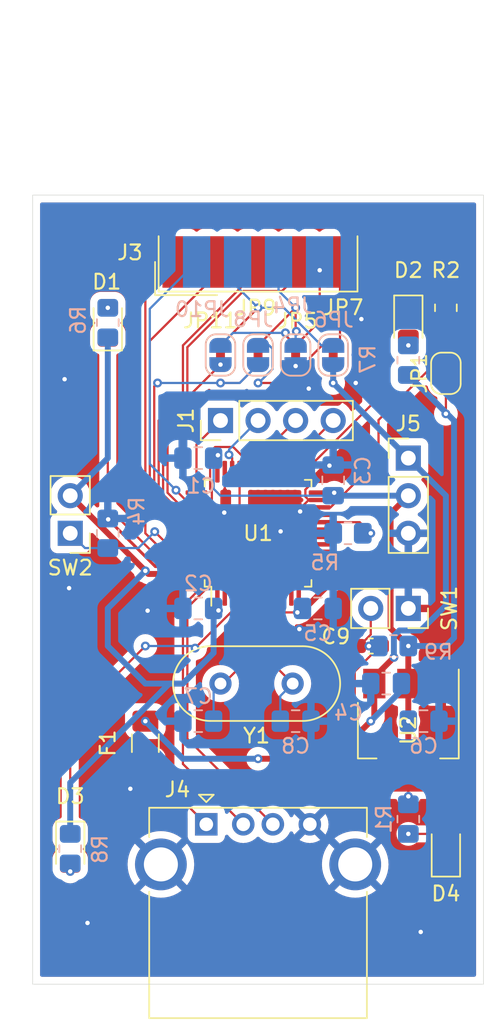
<source format=kicad_pcb>
(kicad_pcb (version 20221018) (generator pcbnew)
  (layers (0 "F.Cu" signal "Front") (31 "B.Cu" signal "Back") (34 "B.Paste" user) (35 "F.Paste" user) (36 "B.SilkS" user "B.Silkscreen") (37 "F.SilkS" user "F.Silkscreen") (38 "B.Mask" user) (39 "F.Mask" user) (44 "Edge.Cuts" user))
  (net 0 "")
  (net 1 "+3.3V")
  (net 2 "GND")
  (net 3 "+5V")
  (net 4 "/OSC_IN")
  (net 5 "/OSC_OUT")
  (net 6 "/NRST")
  (net 7 "/LED1")
  (net 8 "Net-(D1-A)")
  (net 9 "/LED2")
  (net 10 "Net-(D2-A)")
  (net 11 "/LED3")
  (net 12 "Net-(D3-A)")
  (net 13 "Net-(D4-A)")
  (net 14 "Net-(J4-VBUS)")
  (net 15 "/SWCLK")
  (net 16 "/SWDIO")
  (net 17 "/PA10")
  (net 18 "/PA9")
  (net 19 "/PIN1")
  (net 20 "/PIN2")
  (net 21 "/PIN3")
  (net 22 "/PIN4")
  (net 23 "/PIN5")
  (net 24 "/PIN6")
  (net 25 "/PIN7")
  (net 26 "/PIN8")
  (net 27 "/PIN9")
  (net 28 "/USB_DM")
  (net 29 "/USB_DP")
  (net 30 "/CONF1")
  (net 31 "/PIN8_5")
  (net 32 "/PIN7_9")
  (net 33 "/BOOT0")
  (net 34 "/BOOT1")
  (footprint "Jumper:SolderJumper-2_P1.3mm_Bridged_RoundedPad1.0x1.5mm" (layer "F.Cu") (at 144.78 69.23 90)
    (fp_text reference "JP7")
    (fp_text value "")
  )
  (footprint "Connector_Dsub:DSUB-9_Female_EdgeMount_P2.77mm" (layer "F.Cu") (at 139.7 62.9425 180)
    (fp_text reference "J3")
    (fp_text value "DE9_Plug")
  )
  (footprint "Resistor_SMD:R_0805_2012Metric_Pad1.20x1.40mm_HandSolder" (layer "F.Cu") (at 152.4 66.04 -90)
    (fp_text reference "R2")
    (fp_text value "R")
  )
  (footprint "Jumper:SolderJumper-2_P1.3mm_Open_RoundedPad1.0x1.5mm" (layer "F.Cu") (at 152.4 70.47 90)
    (fp_text reference "JP1")
    (fp_text value "Jumper_2_Open")
  )
  (footprint "Connector_PinSocket_2.54mm:PinSocket_1x02_P2.54mm_Vertical" (layer "F.Cu") (at 149.86 86.36 -90)
    (fp_text reference "SW1")
    (fp_text value "SW_Push")
  )
  (footprint "Connector_PinHeader_2.54mm:PinHeader_1x02_P2.54mm_Vertical" (layer "F.Cu") (at 127 81.28 180)
    (fp_text reference "SW2")
    (fp_text value "BOOT0")
  )
  (footprint "Connector_PinHeader_2.54mm:PinHeader_1x04_P2.54mm_Vertical" (layer "F.Cu") (at 137.16 73.66 90)
    (fp_text reference "J1")
    (fp_text value "Conn_01x04")
  )
  (footprint "Jumper:SolderJumper-2_P1.3mm_Bridged_RoundedPad1.0x1.5mm" (layer "F.Cu") (at 137.16 69.23 90)
    (fp_text reference "JP11")
    (fp_text value "Jumper_2_Bridged" hide)
  )
  (footprint "Package_TO_SOT_SMD:SOT-223-3_TabPin2" (layer "F.Cu") (at 149.86 94.59 -90)
    (fp_text reference "U2")
    (fp_text value "LM1117MP-3.3")
  )
  (footprint "Jumper:SolderJumper-2_P1.3mm_Bridged_RoundedPad1.0x1.5mm" (layer "F.Cu") (at 139.7 69.23 90)
    (fp_text reference "JP9")
    (fp_text value "")
  )
  (footprint "Fuse:Fuse_1206_3216Metric_Pad1.42x1.75mm_HandSolder" (layer "F.Cu") (at 132.08 95.4675 90)
    (fp_text reference "F1")
    (fp_text value "Fuse")
  )
  (footprint "LED_SMD:LED_0805_2012Metric_Pad1.15x1.40mm_HandSolder" (layer "F.Cu") (at 152.4 102.625 90)
    (fp_text reference "D4")
    (fp_text value "LED")
  )
  (footprint "LED_SMD:LED_0805_2012Metric_Pad1.15x1.40mm_HandSolder" (layer "F.Cu") (at 149.86 67.065 -90)
    (fp_text reference "D2")
    (fp_text value "LED")
  )
  (footprint "CH32V203:CH32V203C8T6_LQFP-48_7x7mm_P0.5mm" (layer "F.Cu") (at 139.7 81.28 90)
    (fp_text reference "U1")
    (fp_text value "CH32V203C8T6-CH32V103C")
  )
  (footprint "LED_SMD:LED_0805_2012Metric_Pad1.15x1.40mm_HandSolder" (layer "F.Cu") (at 127 102.625 -90)
    (fp_text reference "D3")
    (fp_text value "LED")
  )
  (footprint "Connector_PinHeader_2.54mm:PinHeader_1x03_P2.54mm_Vertical" (layer "F.Cu") (at 149.86 76.2)
    (fp_text reference "J5")
    (fp_text value "Conn_01x03")
  )
  (footprint "Crystal:Crystal_HC49-U_Vertical" (layer "F.Cu") (at 142.04 91.44 180)
    (fp_text reference "Y1")
    (fp_text value "Crystal")
  )
  (footprint "Capacitor_SMD:C_0603_1608Metric" (layer "F.Cu") (at 147.32 88.9)
    (fp_text reference "C9")
    (fp_text value "0.1μF")
  )
  (footprint "LED_SMD:LED_0805_2012Metric_Pad1.15x1.40mm_HandSolder" (layer "F.Cu") (at 129.54 67.065 90)
    (fp_text reference "D1")
    (fp_text value "LED")
  )
  (footprint "Jumper:SolderJumper-2_P1.3mm_Bridged_RoundedPad1.0x1.5mm" (layer "F.Cu") (at 142.24 69.23 90)
    (fp_text reference "JP5")
    (fp_text value "" hide)
  )
  (footprint "Connector_USB:USB_A_CONNFLY_DS1095-WNR0" (layer "F.Cu") (at 136.2 100.9525)
    (fp_text reference "J4")
    (fp_text value "USB_1")
  )
  (footprint "Resistor_SMD:R_0805_2012Metric_Pad1.20x1.40mm_HandSolder" (layer "B.Cu") (at 148.86 88.9 180)
    (fp_text reference "R9")
    (fp_text value "R")
  )
  (footprint "Capacitor_SMD:C_0805_2012Metric_Pad1.18x1.45mm_HandSolder" (layer "B.Cu") (at 144.78 77.7025 90)
    (fp_text reference "C3")
    (fp_text value "C")
  )
  (footprint "Capacitor_SMD:C_0805_2012Metric_Pad1.18x1.45mm_HandSolder" (layer "B.Cu") (at 142.24 93.98)
    (fp_text reference "C8")
    (fp_text value "22p")
  )
  (footprint "Jumper:SolderJumper-2_P1.3mm_Open_RoundedPad1.0x1.5mm" (layer "B.Cu") (at 139.7 69.23 90)
    (fp_text reference "JP8")
    (fp_text value "Jumper_2_Open")
  )
  (footprint "Jumper:SolderJumper-2_P1.3mm_Open_RoundedPad1.0x1.5mm" (layer "B.Cu") (at 137.16 69.23 90)
    (fp_text reference "JP10")
    (fp_text value "Jumper_2_Open")
  )
  (footprint "Resistor_SMD:R_0805_2012Metric_Pad1.20x1.40mm_HandSolder" (layer "B.Cu") (at 149.86 69.58 90)
    (fp_text reference "R7")
    (fp_text value "R")
  )
  (footprint "Resistor_SMD:R_0805_2012Metric_Pad1.20x1.40mm_HandSolder" (layer "B.Cu") (at 129.54 81.28 -90)
    (fp_text reference "R4")
    (fp_text value "R")
  )
  (footprint "Capacitor_SMD:C_0805_2012Metric_Pad1.18x1.45mm_HandSolder" (layer "B.Cu") (at 150.8975 93.98)
    (fp_text reference "C6")
    (fp_text value "C" hide)
  )
  (footprint "Capacitor_SMD:C_0805_2012Metric_Pad1.18x1.45mm_HandSolder" (layer "B.Cu") (at 148.3575 91.44 180)
    (fp_text reference "C4")
    (fp_text value "C")
  )
  (footprint "Resistor_SMD:R_0805_2012Metric_Pad1.20x1.40mm_HandSolder" (layer "B.Cu") (at 127 102.6 -90)
    (fp_text reference "R8")
    (fp_text value "R")
  )
  (footprint "Resistor_SMD:R_0805_2012Metric_Pad1.20x1.40mm_HandSolder" (layer "B.Cu") (at 145.78 81.28 180)
    (fp_text reference "R5")
    (fp_text value "R")
  )
  (footprint "Capacitor_SMD:C_0805_2012Metric_Pad1.18x1.45mm_HandSolder" (layer "B.Cu") (at 135.6575 93.98 180)
    (fp_text reference "C7")
    (fp_text value "22p")
  )
  (footprint "Jumper:SolderJumper-2_P1.3mm_Open_RoundedPad1.0x1.5mm" (layer "B.Cu") (at 144.78 69.23 90)
    (fp_text reference "JP6")
    (fp_text value "Jumper 5V Amiga Open")
  )
  (footprint "Capacitor_SMD:C_0805_2012Metric_Pad1.18x1.45mm_HandSolder" (layer "B.Cu") (at 135.6575 86.36 180)
    (fp_text reference "C2")
    (fp_text value "C")
  )
  (footprint "Resistor_SMD:R_0805_2012Metric_Pad1.20x1.40mm_HandSolder" (layer "B.Cu") (at 149.86 100.6 -90)
    (fp_text reference "R1")
    (fp_text value "R")
  )
  (footprint "Capacitor_SMD:C_0805_2012Metric_Pad1.18x1.45mm_HandSolder" (layer "B.Cu") (at 143.7425 86.36)
    (fp_text reference "C5")
    (fp_text value "C")
  )
  (footprint "Resistor_SMD:R_0805_2012Metric_Pad1.20x1.40mm_HandSolder" (layer "B.Cu") (at 129.54 67.04 90)
    (fp_text reference "R6")
    (fp_text value "R")
  )
  (footprint "Capacitor_SMD:C_0805_2012Metric_Pad1.18x1.45mm_HandSolder" (layer "B.Cu") (at 135.6575 76.2 180)
    (fp_text reference "C1")
    (fp_text value "C")
  )
  (footprint "Jumper:SolderJumper-2_P1.3mm_Open_RoundedPad1.0x1.5mm" (layer "B.Cu") (at 142.24 69.23 90)
    (fp_text reference "JP4")
    (fp_text value "Jumper GND Amiga Open")
  )
  (gr_rect (start 124.46 58.42) (end 154.94 111.76) (stroke (width 0.0381)) (fill none) (layer "Edge.Cuts"))
  (segment (start 136.95 77.1175) (end 136.95 76.038845) (width 0.15) (layer "F.Cu") (net 1))
  (segment (start 148.66 85.16) (end 148.66 87.7) (width 0.4) (layer "F.Cu") (net 1))
  (segment (start 141.399421 86.62942) (end 140.95 86.179999) (width 0.15) (layer "F.Cu") (net 1))
  (segment (start 142.6037 86.62942) (end 145.41312 83.82) (width 0.4) (layer "F.Cu") (net 1))
  (segment (start 137.835001 83.82) (end 140.064999 83.82) (width 0.15) (layer "F.Cu") (net 1))
  (segment (start 132.29 84.03) (end 132.08 83.82) (width 0.4) (layer "F.Cu") (net 1))
  (segment (start 145.41312 83.82) (end 147.32 83.82) (width 0.4) (layer "F.Cu") (net 1))
  (segment (start 143.8625 78.53) (end 144.837111 78.53) (width 0.15) (layer "F.Cu") (net 1))
  (segment (start 142.359089 86.62942) (end 141.399421 86.62942) (width 0.15) (layer "F.Cu") (net 1))
  (segment (start 136.95 84.705001) (end 137.835001 83.82) (width 0.15) (layer "F.Cu") (net 1))
  (segment (start 136.95 76.038845) (end 136.985722 76.003123) (width 0.15) (layer "F.Cu") (net 1))
  (segment (start 149.86 99.06) (end 149.86 97.74) (width 0.15) (layer "F.Cu") (net 1))
  (segment (start 136.95 85.4425) (end 136.95 84.705001) (width 0.15) (layer "F.Cu") (net 1))
  (segment (start 136.95 85.4425) (end 136.95 86.78724) (width 0.15) (layer "F.Cu") (net 1))
  (segment (start 142.359089 86.62942) (end 142.6037 86.62942) (width 0.4) (layer "F.Cu") (net 1))
  (segment (start 136.95 86.42261) (end 137.023416 86.496026) (width 0.15) (layer "F.Cu") (net 1))
  (segment (start 132.08 83.82) (end 127 78.74) (width 0.4) (layer "F.Cu") (net 1))
  (segment (start 149.86 93.98) (end 149.86 97.74) (width 0.4) (layer "F.Cu") (net 1))
  (segment (start 136.95 85.4425) (end 136.95 86.42261) (width 0.15) (layer "F.Cu") (net 1))
  (segment (start 147.32 83.82) (end 148.66 85.16) (width 0.4) (layer "F.Cu") (net 1))
  (segment (start 140.95 86.179999) (end 140.95 85.4425) (width 0.15) (layer "F.Cu") (net 1))
  (segment (start 149.86 91.44) (end 149.86 93.98) (width 0.4) (layer "F.Cu") (net 1))
  (segment (start 140.064999 83.82) (end 140.95 84.705001) (width 0.15) (layer "F.Cu") (net 1))
  (segment (start 144.837111 78.53) (end 144.847455 78.540344) (width 0.15) (layer "F.Cu") (net 1))
  (segment (start 148.66 87.7) (end 149.86 88.9) (width 0.4) (layer "F.Cu") (net 1))
  (segment (start 149.86 78.74) (end 148.66 79.94) (width 0.4) (layer "F.Cu") (net 1))
  (segment (start 152.4 71.12) (end 152.4 73.2028) (width 0.15) (layer "F.Cu") (net 1))
  (segment (start 148.66 79.94) (end 148.66 85.16) (width 0.4) (layer "F.Cu") (net 1))
  (segment (start 140.95 84.705001) (end 140.95 85.4425) (width 0.15) (layer "F.Cu") (net 1))
  (segment (start 149.86 88.9) (end 149.86 90.868) (width 0.4) (layer "F.Cu") (net 1))
  (segment (start 135.5375 84.03) (end 132.29 84.03) (width 0.4) (layer "F.Cu") (net 1))
  (via (at 137.023416 86.496026) (size 0.6) (drill 0.3) (layers "F.Cu" "B.Cu") (net 1))
  (via (at 149.86 99.06) (size 0.6) (drill 0.3) (layers "F.Cu" "B.Cu") (net 1))
  (via (at 152.4 73.2028) (size 0.6) (drill 0.3) (layers "F.Cu" "B.Cu") (net 1))
  (via (at 144.847455 78.540344) (size 0.6) (drill 0.3) (layers "F.Cu" "B.Cu") (net 1))
  (via (at 149.86 88.9) (size 0.6) (drill 0.3) (layers "F.Cu" "B.Cu") (net 1))
  (via (at 132.08 83.82) (size 0.6) (drill 0.3) (layers "F.Cu" "B.Cu") (net 1))
  (via (at 142.359089 86.62942) (size 0.6) (drill 0.3) (layers "F.Cu" "B.Cu") (net 1))
  (via blind (at 136.985722 76.003123) (size 0.6) (drill 0.3) (layers "F.Cu" "B.Cu") (net 1))
  (via (at 149.86 93.98) (size 0.6) (drill 0.3) (layers "F.Cu" "B.Cu") (net 1))
  (segment (start 129.54 86.36) (end 132.08 83.82) (width 0.4) (layer "B.Cu") (net 1))
  (segment (start 149.86 70.58) (end 152.67 73.39) (width 0.4) (layer "B.Cu") (net 1))
  (segment (start 129.54 76.2) (end 129.54 68.04) (width 0.4) (layer "B.Cu") (net 1))
  (segment (start 149.86 78.74) (end 144.78 78.74) (width 0.4) (layer "B.Cu") (net 1))
  (segment (start 137.16 78.74) (end 136.695 78.275) (width 0.15) (layer "B.Cu") (net 1))
  (segment (start 134.62 91.44) (end 136.695 89.365) (width 0.4) (layer "B.Cu") (net 1))
  (segment (start 137.023416 86.496026) (end 136.831026 86.496026) (width 0.15) (layer "B.Cu") (net 1))
  (segment (start 144.847455 78.672545) (end 144.78 78.74) (width 0.15) (layer "B.Cu") (net 1))
  (segment (start 152.4 73.2028) (end 152.4828 73.2028) (width 0.15) (layer "B.Cu") (net 1))
  (segment (start 136.891877 76.003123) (end 136.695 76.2) (width 0.15) (layer "B.Cu") (net 1))
  (segment (start 136.695 89.365) (end 136.695 86.36) (width 0.4) (layer "B.Cu") (net 1))
  (segment (start 152.4 88.9) (end 149.86 88.9) (width 0.4) (layer "B.Cu") (net 1))
  (segment (start 144.78 78.74) (end 137.16 78.74) (width 0.15) (layer "B.Cu") (net 1))
  (segment (start 127 78.74) (end 129.54 76.2) (width 0.4) (layer "B.Cu") (net 1))
  (segment (start 136.985722 76.003123) (end 136.891877 76.003123) (width 0.15) (layer "B.Cu") (net 1))
  (segment (start 144.847455 78.540344) (end 144.847455 78.672545) (width 0.15) (layer "B.Cu") (net 1))
  (segment (start 129.54 88.9) (end 129.54 86.36) (width 0.4) (layer "B.Cu") (net 1))
  (segment (start 152.95 88.35) (end 152.4 88.9) (width 0.4) (layer "B.Cu") (net 1))
  (segment (start 127 101.6) (end 127 98.140761) (width 0.4) (layer "B.Cu") (net 1))
  (segment (start 132.08 91.44) (end 129.54 88.9) (width 0.4) (layer "B.Cu") (net 1))
  (segment (start 152.95 73.67) (end 152.95 88.35) (width 0.4) (layer "B.Cu") (net 1))
  (segment (start 152.67 73.39) (end 152.95 73.67) (width 0.4) (layer "B.Cu") (net 1))
  (segment (start 134.62 91.44) (end 132.08 91.44) (width 0.4) (layer "B.Cu") (net 1))
  (segment (start 136.695 78.275) (end 136.695 76.2) (width 0.15) (layer "B.Cu") (net 1))
  (segment (start 142.359089 86.62942) (end 142.43558 86.62942) (width 0.15) (layer "B.Cu") (net 1))
  (segment (start 142.43558 86.62942) (end 142.705 86.36) (width 0.15) (layer "B.Cu") (net 1))
  (segment (start 149.86 99.6) (end 149.86 99.06) (width 0.15) (layer "B.Cu") (net 1))
  (segment (start 136.831026 86.496026) (end 136.695 86.36) (width 0.15) (layer "B.Cu") (net 1))
  (segment (start 152.4828 73.2028) (end 152.67 73.39) (width 0.15) (layer "B.Cu") (net 1))
  (segment (start 127 98.140761) (end 133.700761 91.44) (width 0.4) (layer "B.Cu") (net 1))
  (segment (start 133.700761 91.44) (end 134.62 91.44) (width 0.4) (layer "B.Cu") (net 1))
  (segment (start 148.095 88.9) (end 147.955 88.9) (width 0.15) (layer "F.Cu") (net 2))
  (segment (start 142.9 78.328656) (end 144.520656 76.708) (width 0.15) (layer "F.Cu") (net 2))
  (segment (start 128.524 78.937224) (end 128.524 78.74) (width 0.15) (layer "F.Cu") (net 2))
  (segment (start 144.520656 76.708) (end 144.526 76.708) (width 0.15) (layer "F.Cu") (net 2))
  (segment (start 143.125001 79.03) (end 142.9 78.804999) (width 0.15) (layer "F.Cu") (net 2))
  (segment (start 147.955 88.9) (end 146.05 90.805) (width 0.15) (layer "F.Cu") (net 2))
  (segment (start 143.125001 79.03) (end 142.5448 79.610201) (width 0.15) (layer "F.Cu") (net 2))
  (segment (start 143.988 72.36) (end 145.064 72.36) (width 0.6) (layer "F.Cu") (net 2))
  (segment (start 137.45 77.1175) (end 137.45 79.847) (width 0.15) (layer "F.Cu") (net 2))
  (segment (start 145.064 72.36) (end 146.304 71.12) (width 0.6) (layer "F.Cu") (net 2))
  (segment (start 137.45 79.847) (end 137.414 79.883) (width 0.15) (layer "F.Cu") (net 2))
  (segment (start 143.129 71.501) (end 143.988 72.36) (width 0.6) (layer "F.Cu") (net 2))
  (segment (start 143.8625 79.03) (end 143.125001 79.03) (width 0.15) (layer "F.Cu") (net 2))
  (segment (start 135.5375 83.53) (end 132.7552 83.53) (width 0.2) (layer "F.Cu") (net 2))
  (segment (start 142.9 78.804999) (end 142.9 78.328656) (width 0.15) (layer "F.Cu") (net 2))
  (segment (start 142.5448 79.610201) (end 142.5448 79.8068) (width 0.15) (layer "F.Cu") (net 2))
  (segment (start 146.05 90.805) (end 145.796 90.805) (width 0.15) (layer "F.Cu") (net 2))
  (segment (start 132.7552 83.53) (end 129.5654 80.3402) (width 0.2) (layer "F.Cu") (net 2))
  (segment (start 142.027001 87.757) (end 140.45 86.179999) (width 0.15) (layer "F.Cu") (net 2))
  (segment (start 140.45 86.179999) (end 140.45 85.4425) (width 0.15) (layer "F.Cu") (net 2))
  (segment (start 142.494 87.757) (end 142.027001 87.757) (width 0.15) (layer "F.Cu") (net 2))
  (via (at 146.685 66.802) (size 0.6) (drill 0.3) (layers "F.Cu" "B.Cu") (net 2))
  (via (at 142.5448 79.8068) (size 0.6) (drill 0.3) (layers "F.Cu" "B.Cu") (net 2))
  (via (at 137.414 79.883) (size 0.6) (drill 0.3) (layers "F.Cu" "B.Cu") (net 2))
  (via (at 128.1684 107.6198) (size 0.6) (drill 0.3) (layers "F.Cu" "B.Cu") (net 2))
  (via (at 144.526 76.708) (size 0.6) (drill 0.3) (layers "F.Cu" "B.Cu") (net 2))
  (via (at 142.24 69.977) (size 0.6) (drill 0.3) (layers "F.Cu" "B.Cu") (net 2))
  (via (at 132.2324 86.5124) (size 0.6) (drill 0.3) (layers "F.Cu" "B.Cu") (net 2))
  (via (at 129.5654 80.3402) (size 0.6) (drill 0.3) (layers "F.Cu" "B.Cu") (net 2))
  (via (at 150.6982 108.2294) (size 0.6) (drill 0.3) (layers "F.Cu" "B.Cu") (net 2))
  (via (at 142.494 87.757) (size 0.6) (drill 0.3) (layers "F.Cu" "B.Cu") (net 2))
  (via (at 146.304 71.12) (size 0.6) (drill 0.3) (layers "F.Cu" "B.Cu") (net 2))
  (via (at 131.064 98.552) (size 0.6) (drill 0.3) (layers "F.Cu" "B.Cu") (net 2))
  (via (at 126.9238 84.9884) (size 0.6) (drill 0.3) (layers "F.Cu" "B.Cu") (net 2))
  (via (at 143.129 71.501) (size 0.6) (drill 0.3) (layers "F.Cu" "B.Cu") (net 2))
  (via (at 126.619 70.866) (size 0.6) (drill 0.3) (layers "F.Cu" "B.Cu") (net 2))
  (via (at 141.224 81.153) (size 0.6) (drill 0.3) (layers "F.Cu" "B.Cu") (net 2))
  (segment (start 137.414 79.883) (end 138.684 81.153) (width 0.15) (layer "B.Cu") (net 2))
  (segment (start 138.684 81.153) (end 141.224 81.153) (width 0.15) (layer "B.Cu") (net 2))
  (segment (start 134.62 73.6) (end 136.35 71.87) (width 0.6) (layer "B.Cu") (net 2))
  (segment (start 144.737 76.708) (end 144.78 76.665) (width 0.15) (layer "B.Cu") (net 2))
  (segment (start 134.62 76.2) (end 134.62 73.6) (width 0.6) (layer "B.Cu") (net 2))
  (segment (start 136.35 71.87) (end 140.347 71.87) (width 0.6) (layer "B.Cu") (net 2))
  (segment (start 146.304 67.183) (end 146.685 66.802) (width 0.6) (layer "B.Cu") (net 2))
  (segment (start 140.347 71.87) (end 142.24 69.977) (width 0.6) (layer "B.Cu") (net 2))
  (segment (start 129.5654 80.3402) (end 129.5654 80.3054) (width 0.2) (layer "B.Cu") (net 2))
  (segment (start 144.526 76.708) (end 144.737 76.708) (width 0.15) (layer "B.Cu") (net 2))
  (segment (start 129.5654 80.3054) (end 129.54 80.28) (width 0.2) (layer "B.Cu") (net 2))
  (segment (start 147.56 91.44) (end 147.56 90.994548) (width 0.4) (layer "F.Cu") (net 3))
  (segment (start 147.56 90.994548) (end 148.884141 89.670407) (width 0.4) (layer "F.Cu") (net 3))
  (segment (start 147.56 91.44) (end 147.56 93.74) (width 0.4) (layer "F.Cu") (net 3))
  (segment (start 144.78 96.52) (end 139.7 96.52) (width 0.4) (layer "F.Cu") (net 3))
  (segment (start 147.035 91.38) (end 147.095 91.44) (width 0.4) (layer "F.Cu") (net 3))
  (segment (start 147.32 93.98) (end 147.56 93.74) (width 0.4) (layer "F.Cu") (net 3))
  (segment (start 147.56 93.74) (end 144.78 96.52) (width 0.4) (layer "F.Cu") (net 3))
  (segment (start 144.78 71.12) (end 144.78 69.88) (width 0.4) (layer "F.Cu") (net 3))
  (via (at 132.08 93.98) (size 0.6) (drill 0.3) (layers "F.Cu" "B.Cu") (net 3))
  (via blind (at 139.7 96.52) (size 0.6) (drill 0.3) (layers "F.Cu" "B.Cu") (net 3))
  (via (at 147.32 93.98) (size 0.6) (drill 0.3) (layers "F.Cu" "B.Cu") (net 3))
  (via (at 144.78 71.12) (size 0.6) (drill 0.3) (layers "F.Cu" "B.Cu") (net 3))
  (via blind (at 148.884141 89.670407) (size 0.6) (drill 0.3) (layers "F.Cu" "B.Cu") (net 3))
  (segment (start 149.254544 87.85) (end 150.704548 87.85) (width 0.4) (layer "B.Cu") (net 3))
  (segment (start 134.62 96.52) (end 132.08 93.98) (width 0.4) (layer "B.Cu") (net 3))
  (segment (start 144.78 69.88) (end 144.78 71.12) (width 0.4) (layer "B.Cu") (net 3))
  (segment (start 149.395 91.905) (end 147.32 93.98) (width 0.4) (layer "B.Cu") (net 3))
  (segment (start 152.4 78.74) (end 149.86 76.2) (width 0.4) (layer "B.Cu") (net 3))
  (segment (start 148.884141 89.670407) (end 148.884141 88.220403) (width 0.4) (layer "B.Cu") (net 3))
  (segment (start 144.78 71.12) (end 149.86 76.2) (width 0.4) (layer "B.Cu") (net 3))
  (segment (start 139.7 96.52) (end 134.62 96.52) (width 0.4) (layer "B.Cu") (net 3))
  (segment (start 150.704548 87.85) (end 152.4 86.154548) (width 0.4) (layer "B.Cu") (net 3))
  (segment (start 152.4 86.154548) (end 152.4 78.74) (width 0.4) (layer "B.Cu") (net 3))
  (segment (start 148.884141 88.220403) (end 149.254544 87.85) (width 0.4) (layer "B.Cu") (net 3))
  (segment (start 149.395 91.44) (end 149.395 91.905) (width 0.4) (layer "B.Cu") (net 3))
  (segment (start 137.36 91.44) (end 138.95 89.85) (width 0.15) (layer "F.Cu") (net 4))
  (segment (start 138.95 89.85) (end 138.95 85.4425) (width 0.15) (layer "F.Cu") (net 4))
  (segment (start 136.695 91.905) (end 137.16 91.44) (width 0.15) (layer "B.Cu") (net 4))
  (segment (start 136.695 93.98) (end 136.695 91.905) (width 0.15) (layer "B.Cu") (net 4))
  (segment (start 139.45 88.85) (end 139.45 85.4425) (width 0.15) (layer "F.Cu") (net 5))
  (segment (start 142.04 91.44) (end 139.45 88.85) (width 0.15) (layer "F.Cu") (net 5))
  (segment (start 141.2025 92.2775) (end 142.04 91.44) (width 0.15) (layer "B.Cu") (net 5))
  (segment (start 141.2025 93.98) (end 141.2025 92.2775) (width 0.15) (layer "B.Cu") (net 5))
  (segment (start 139.95 86.179999) (end 142.670001 88.9) (width 0.15) (layer "F.Cu") (net 6))
  (segment (start 139.95 85.4425) (end 139.95 86.179999) (width 0.15) (layer "F.Cu") (net 6))
  (segment (start 147.32 86.36) (end 147.32 88.125) (width 0.15) (layer "F.Cu") (net 6))
  (segment (start 147.1912 88.9) (end 147.1955 88.9043) (width 0.15) (layer "F.Cu") (net 6))
  (segment (start 146.545 88.9) (end 147.1912 88.9) (width 0.15) (layer "F.Cu") (net 6))
  (segment (start 147.32 88.125) (end 146.545 88.9) (width 0.15) (layer "F.Cu") (net 6))
  (segment (start 146.545 88.9) (end 142.670001 88.9) (width 0.15) (layer "F.Cu") (net 6))
  (via blind (at 147.1955 88.9043) (size 0.6) (drill 0.3) (layers "F.Cu" "B.Cu") (net 6))
  (segment (start 147.8557 88.9043) (end 147.86 88.9) (width 0.15) (layer "B.Cu") (net 6))
  (segment (start 147.1955 88.9043) (end 147.8557 88.9043) (width 0.15) (layer "B.Cu") (net 6))
  (segment (start 135.5375 83.03) (end 133.04104 83.03) (width 0.15) (layer "F.Cu") (net 7))
  (segment (start 133.04104 83.03) (end 129.54 79.52896) (width 0.15) (layer "F.Cu") (net 7))
  (segment (start 129.54 79.52896) (end 129.54 68.09) (width 0.15) (layer "F.Cu") (net 7))
  (via (at 129.54 66.04) (size 0.6) (drill 0.3) (layers "F.Cu" "B.Cu") (net 8))
  (segment (start 147.32 72.64028) (end 142.84278 77.1175) (width 0.15) (layer "F.Cu") (net 9))
  (segment (start 149.86 66.04) (end 147.32 68.58) (width 0.15) (layer "F.Cu") (net 9))
  (segment (start 147.32 68.58) (end 147.32 72.64028) (width 0.15) (layer "F.Cu") (net 9))
  (segment (start 142.84278 77.1175) (end 142.45 77.1175) (width 0.15) (layer "F.Cu") (net 9))
  (via (at 149.86 68.58) (size 0.6) (drill 0.3) (layers "F.Cu" "B.Cu") (net 10))
  (segment (start 132.08 88.9) (end 127 93.98) (width 0.15) (layer "F.Cu") (net 11))
  (segment (start 137.95 86.536405) (end 135.4445 89.041905) (width 0.15) (layer "F.Cu") (net 11))
  (segment (start 137.95 85.4425) (end 137.95 86.536405) (width 0.15) (layer "F.Cu") (net 11))
  (segment (start 127 93.98) (end 127 101.6) (width 0.15) (layer "F.Cu") (net 11))
  (via (at 135.4445 89.041905) (size 0.6) (drill 0.3) (layers "F.Cu" "B.Cu") (net 11))
  (via (at 132.08 88.9) (size 0.6) (drill 0.3) (layers "F.Cu" "B.Cu") (net 11))
  (segment (start 135.302595 88.9) (end 132.08 88.9) (width 0.15) (layer "B.Cu") (net 11))
  (segment (start 135.4445 89.041905) (end 135.302595 88.9) (width 0.15) (layer "B.Cu") (net 11))
  (segment (start 127 103.65) (end 127 104.14) (width 0.15) (layer "F.Cu") (net 12))
  (via (at 127 104.14) (size 0.6) (drill 0.3) (layers "F.Cu" "B.Cu") (net 12))
  (segment (start 127 104.14) (end 127 103.6) (width 0.15) (layer "B.Cu") (net 12))
  (segment (start 152.4 101.6) (end 149.86 101.6) (width 0.15) (layer "F.Cu") (net 13))
  (via (at 149.86 101.6) (size 0.6) (drill 0.3) (layers "F.Cu" "B.Cu") (net 13))
  (segment (start 132.2025 96.955) (end 136.2 100.9525) (width 0.15) (layer "F.Cu") (net 14))
  (segment (start 132.08 96.955) (end 132.2025 96.955) (width 0.15) (layer "F.Cu") (net 14))
  (segment (start 135.5375 78.53) (end 135.5375 75.2825) (width 0.15) (layer "F.Cu") (net 15))
  (segment (start 135.5375 75.2825) (end 137.16 73.66) (width 0.15) (layer "F.Cu") (net 15))
  (segment (start 137.95 76.18801) (end 137.734604 75.972614) (width 0.15) (layer "F.Cu") (net 16))
  (segment (start 137.95 77.1175) (end 137.95 76.18801) (width 0.15) (layer "F.Cu") (net 16))
  (via (at 137.734604 75.972614) (size 0.6) (drill 0.3) (layers "F.Cu" "B.Cu") (net 16))
  (segment (start 137.734604 75.625396) (end 139.7 73.66) (width 0.15) (layer "B.Cu") (net 16))
  (segment (start 137.734604 75.972614) (end 137.734604 75.625396) (width 0.15) (layer "B.Cu") (net 16))
  (segment (start 142.24 73.66) (end 139.45 76.45) (width 0.15) (layer "F.Cu") (net 17))
  (segment (start 139.45 76.45) (end 139.45 77.1175) (width 0.15) (layer "F.Cu") (net 17))
  (segment (start 140.248656 76.155) (end 139.95 76.453656) (width 0.15) (layer "F.Cu") (net 18))
  (segment (start 144.78 73.66) (end 142.285 76.155) (width 0.15) (layer "F.Cu") (net 18))
  (segment (start 142.285 76.155) (end 140.248656 76.155) (width 0.15) (layer "F.Cu") (net 18))
  (segment (start 139.95 76.453656) (end 139.95 77.1175) (width 0.15) (layer "F.Cu") (net 18))
  (segment (start 134.16 62.9425) (end 132.08 65.0225) (width 0.15) (layer "F.Cu") (net 19))
  (segment (start 132.08 81.28) (end 133.33 82.53) (width 0.15) (layer "F.Cu") (net 19))
  (segment (start 133.33 82.53) (end 135.5375 82.53) (width 0.15) (layer "F.Cu") (net 19))
  (segment (start 132.08 65.0225) (end 132.08 81.28) (width 0.15) (layer "F.Cu") (net 19))
  (segment (start 134.800001 81.53) (end 135.5375 81.53) (width 0.15) (layer "F.Cu") (net 20))
  (segment (start 136.93 62.9425) (end 136.93 63.73) (width 0.15) (layer "F.Cu") (net 20))
  (segment (start 132.38 68.28) (end 132.38 79.109999) (width 0.15) (layer "F.Cu") (net 20))
  (segment (start 134.87 81.53) (end 132.38 79.04) (width 0.15) (layer "F.Cu") (net 20))
  (segment (start 135.5375 81.53) (end 134.87 81.53) (width 0.15) (layer "F.Cu") (net 20))
  (segment (start 136.93 63.73) (end 132.38 68.28) (width 0.15) (layer "F.Cu") (net 20))
  (segment (start 132.38 79.109999) (end 134.800001 81.53) (width 0.15) (layer "F.Cu") (net 20))
  (segment (start 134.62 72.02) (end 132.98 73.66) (width 0.15) (layer "F.Cu") (net 21))
  (segment (start 139.7 62.9425) (end 139.7 63.5) (width 0.15) (layer "F.Cu") (net 21))
  (segment (start 132.98 73.66) (end 132.98 78.785735) (width 0.15) (layer "F.Cu") (net 21))
  (segment (start 135.4125 80.655) (end 135.5375 80.53) (width 0.15) (layer "F.Cu") (net 21))
  (segment (start 139.7 63.5) (end 134.62 68.58) (width 0.15) (layer "F.Cu") (net 21))
  (segment (start 139.7 62.9425) (end 139.7 63.759167) (width 0.15) (layer "F.Cu") (net 21))
  (segment (start 134.849265 80.655) (end 135.4125 80.655) (width 0.15) (layer "F.Cu") (net 21))
  (segment (start 134.62 68.58) (end 134.62 72.02) (width 0.15) (layer "F.Cu") (net 21))
  (segment (start 132.98 78.785735) (end 134.849265 80.655) (width 0.15) (layer "F.Cu") (net 21))
  (segment (start 141.321667 64.9075) (end 142.47 63.759167) (width 0.15) (layer "F.Cu") (net 22))
  (segment (start 142.47 63.759167) (end 142.47 62.9425) (width 0.15) (layer "F.Cu") (net 22))
  (segment (start 138.716764 64.9075) (end 141.321667 64.9075) (width 0.15) (layer "F.Cu") (net 22))
  (segment (start 134.92 68.704264) (end 134.92 72.144264) (width 0.15) (layer "F.Cu") (net 22))
  (segment (start 134.92 72.144264) (end 133.28 73.784264) (width 0.15) (layer "F.Cu") (net 22))
  (segment (start 134.648529 80.03) (end 133.28 78.661471) (width 0.15) (layer "F.Cu") (net 22))
  (segment (start 135.5375 80.03) (end 134.648529 80.03) (width 0.15) (layer "F.Cu") (net 22))
  (segment (start 134.92 68.704264) (end 138.716764 64.9075) (width 0.15) (layer "F.Cu") (net 22))
  (segment (start 133.28 73.784264) (end 133.28 78.661471) (width 0.15) (layer "F.Cu") (net 22))
  (segment (start 144.03 68.58) (end 144.78 68.58) (width 0.15) (layer "F.Cu") (net 23))
  (segment (start 142.280758 71.12) (end 143.215 70.185758) (width 0.15) (layer "F.Cu") (net 23))
  (segment (start 143.215 69.395) (end 144.03 68.58) (width 0.15) (layer "F.Cu") (net 23))
  (segment (start 143.215 70.185758) (end 143.215 69.395) (width 0.15) (layer "F.Cu") (net 23))
  (segment (start 139.7 71.12) (end 142.280758 71.12) (width 0.15) (layer "F.Cu") (net 23))
  (segment (start 145.24 68.12) (end 144.78 68.58) (width 0.15) (layer "F.Cu") (net 23))
  (segment (start 145.24 62.9425) (end 145.24 68.12) (width 0.15) (layer "F.Cu") (net 23))
  (via blind (at 139.7 71.12) (size 0.6) (drill 0.3) (layers "F.Cu" "B.Cu") (net 23))
  (segment (start 140.675 68.805) (end 140.675 70.185758) (width 0.15) (layer "B.Cu") (net 23))
  (segment (start 140.45 68.58) (end 140.675 68.805) (width 0.15) (layer "B.Cu") (net 23))
  (segment (start 139.7 68.58) (end 140.45 68.58) (width 0.15) (layer "B.Cu") (net 23))
  (segment (start 139.740758 71.12) (end 139.7 71.12) (width 0.15) (layer "B.Cu") (net 23))
  (segment (start 140.675 70.185758) (end 139.740758 71.12) (width 0.15) (layer "B.Cu") (net 23))
  (segment (start 135.5375 79.03) (end 134.800001 79.03) (width 0.15) (layer "F.Cu") (net 24))
  (segment (start 134.800001 79.03) (end 134.150996 78.380995) (width 0.15) (layer "F.Cu") (net 24))
  (segment (start 134.150996 78.380995) (end 134.150996 78.366447) (width 0.15) (layer "F.Cu") (net 24))
  (via (at 134.150996 78.366447) (size 0.6) (drill 0.3) (layers "F.Cu" "B.Cu") (net 24))
  (segment (start 134.150996 78.366447) (end 132.3795 76.594951) (width 0.15) (layer "B.Cu") (net 24))
  (segment (start 132.3795 66.108) (end 135.545 62.9425) (width 0.15) (layer "B.Cu") (net 24))
  (segment (start 132.3795 76.594951) (end 132.3795 66.108) (width 0.15) (layer "B.Cu") (net 24))
  (segment (start 139.7 66.04) (end 137.16 68.58) (width 0.15) (layer "F.Cu") (net 25))
  (via (at 139.7 66.04) (size 0.6) (drill 0.3) (layers "F.Cu" "B.Cu") (net 25))
  (segment (start 139.7 66.04) (end 138.315 64.655) (width 0.15) (layer "B.Cu") (net 25))
  (segment (start 144.78 68.58) (end 143.983364 68.58) (width 0.15) (layer "B.Cu") (net 25))
  (segment (start 143.983364 68.58) (end 141.443364 66.04) (width 0.15) (layer "B.Cu") (net 25))
  (segment (start 141.443364 66.04) (end 139.7 66.04) (width 0.15) (layer "B.Cu") (net 25))
  (segment (start 138.315 64.655) (end 138.315 62.9425) (width 0.15) (layer "B.Cu") (net 25))
  (segment (start 142.291401 67.6305) (end 142.24 67.579099) (width 0.15) (layer "F.Cu") (net 26))
  (segment (start 142.24 67.579099) (end 142.24 66.04) (width 0.15) (layer "F.Cu") (net 26))
  (segment (start 142.24 66.04) (end 139.7 68.58) (width 0.15) (layer "F.Cu") (net 26))
  (via (at 142.291401 67.6305) (size 0.6) (drill 0.3) (layers "F.Cu" "B.Cu") (net 26))
  (via (at 142.24 66.04) (size 0.6) (drill 0.3) (layers "F.Cu" "B.Cu") (net 26))
  (segment (start 141.085 64.885) (end 141.085 62.9425) (width 0.15) (layer "B.Cu") (net 26))
  (segment (start 142.24 68.58) (end 142.24 67.681901) (width 0.15) (layer "B.Cu") (net 26))
  (segment (start 142.24 67.681901) (end 142.291401 67.6305) (width 0.15) (layer "B.Cu") (net 26))
  (segment (start 142.24 66.04) (end 141.085 64.885) (width 0.15) (layer "B.Cu") (net 26))
  (segment (start 141.549228 67.735064) (end 141.549228 67.889228) (width 0.15) (layer "F.Cu") (net 27))
  (segment (start 143.867165 66.952835) (end 143.867165 63.5) (width 0.15) (layer "F.Cu") (net 27))
  (segment (start 141.549228 67.889228) (end 142.24 68.58) (width 0.15) (layer "F.Cu") (net 27))
  (segment (start 142.24 68.58) (end 143.867165 66.952835) (width 0.15) (layer "F.Cu") (net 27))
  (via (at 141.549228 67.735064) (size 0.6) (drill 0.3) (layers "F.Cu" "B.Cu") (net 27))
  (via blind (at 143.867165 63.5) (size 0.6) (drill 0.3) (layers "F.Cu" "B.Cu") (net 27))
  (segment (start 143.867165 62.954665) (end 143.855 62.9425) (width 0.15) (layer "B.Cu") (net 27))
  (segment (start 138.004936 67.735064) (end 137.16 68.58) (width 0.15) (layer "B.Cu") (net 27))
  (segment (start 143.867165 63.5) (end 143.867165 62.954665) (width 0.15) (layer "B.Cu") (net 27))
  (segment (start 141.549228 67.735064) (end 138.004936 67.735064) (width 0.15) (layer "B.Cu") (net 27))
  (segment (start 136.460722 75.78566) (end 136.460722 78.289378) (width 0.15) (layer "F.Cu") (net 28))
  (segment (start 138.017613 75.447614) (end 136.798768 75.447614) (width 0.15) (layer "F.Cu") (net 28))
  (segment (start 136.575 78.403656) (end 136.575 84.229392) (width 0.15) (layer "F.Cu") (net 28))
  (segment (start 138.95 76.380001) (end 138.017613 75.447614) (width 0.15) (layer "F.Cu") (net 28))
  (segment (start 134.62 96.8725) (end 138.7 100.9525) (width 0.15) (layer "F.Cu") (net 28))
  (segment (start 136.575 84.229392) (end 134.62 86.184392) (width 0.15) (layer "F.Cu") (net 28))
  (segment (start 138.95 77.1175) (end 138.95 76.380001) (width 0.15) (layer "F.Cu") (net 28))
  (segment (start 134.62 86.184392) (end 134.62 96.8725) (width 0.15) (layer "F.Cu") (net 28))
  (segment (start 136.798768 75.447614) (end 136.460722 75.78566) (width 0.15) (layer "F.Cu") (net 28))
  (segment (start 136.460722 78.289378) (end 136.575 78.403656) (width 0.15) (layer "F.Cu") (net 28))
  (segment (start 134.92 95.1725) (end 134.92 86.308656) (width 0.15) (layer "F.Cu") (net 29))
  (segment (start 134.92 86.308656) (end 138.45 82.778656) (width 0.15) (layer "F.Cu") (net 29))
  (segment (start 138.45 82.778656) (end 138.45 77.1175) (width 0.15) (layer "F.Cu") (net 29))
  (segment (start 140.7 100.9525) (end 134.92 95.1725) (width 0.15) (layer "F.Cu") (net 29))
  (segment (start 147.845 73.625) (end 147.845 76.284999) (width 0.15) (layer "F.Cu") (net 30))
  (segment (start 152.4 69.82) (end 151.65 69.82) (width 0.15) (layer "F.Cu") (net 30))
  (segment (start 151.65 69.82) (end 147.845 73.625) (width 0.15) (layer "F.Cu") (net 30))
  (segment (start 147.845 76.284999) (end 144.599999 79.53) (width 0.15) (layer "F.Cu") (net 30))
  (segment (start 152.4 69.82) (end 152.4 67.04) (width 0.15) (layer "F.Cu") (net 30))
  (segment (start 144.599999 79.53) (end 143.8625 79.53) (width 0.15) (layer "F.Cu") (net 30))
  (segment (start 137.16 71.12) (end 138.46 71.12) (width 0.15) (layer "F.Cu") (net 31))
  (segment (start 132.68 78.909999) (end 133.565001 79.794999) (width 0.15) (layer "F.Cu") (net 31))
  (segment (start 133.565001 79.794999) (end 134.800001 81.03) (width 0.15) (layer "F.Cu") (net 31))
  (segment (start 132.68 78.909998) (end 133.565001 79.794999) (width 0.15) (layer "F.Cu") (net 31))
  (segment (start 132.9045 71.12) (end 132.68 71.3445) (width 0.15) (layer "F.Cu") (net 31))
  (segment (start 132.68 71.3445) (end 132.68 78.909998) (width 0.15) (layer "F.Cu") (net 31))
  (segment (start 138.46 71.12) (end 139.7 69.88) (width 0.15) (layer "F.Cu") (net 31))
  (segment (start 134.800001 81.03) (end 135.5375 81.03) (width 0.15) (layer "F.Cu") (net 31))
  (via (at 132.9045 71.12) (size 0.6) (drill 0.3) (layers "F.Cu" "B.Cu") (net 31))
  (via (at 137.16 71.12) (size 0.6) (drill 0.3) (layers "F.Cu" "B.Cu") (net 31))
  (segment (start 138.46 71.12) (end 139.7 69.88) (width 0.15) (layer "B.Cu") (net 31))
  (segment (start 132.9045 71.12) (end 137.16 71.12) (width 0.15) (layer "B.Cu") (net 31))
  (segment (start 137.16 71.12) (end 138.46 71.12) (width 0.15) (layer "B.Cu") (net 31))
  (segment (start 133.58 78.537207) (end 133.58 73.908528) (width 0.15) (layer "F.Cu") (net 32))
  (segment (start 134.572793 79.53) (end 133.58 78.537207) (width 0.15) (layer "F.Cu") (net 32))
  (segment (start 135.5375 79.53) (end 134.572793 79.53) (width 0.15) (layer "F.Cu") (net 32))
  (segment (start 133.58 73.908528) (end 135.22 72.268528) (width 0.15) (layer "F.Cu") (net 32))
  (segment (start 135.22 72.268528) (end 135.22 71.82) (width 0.15) (layer "F.Cu") (net 32))
  (segment (start 135.22 71.82) (end 137.16 69.88) (width 0.15) (layer "F.Cu") (net 32))
  (via (at 137.16 69.88) (size 0.6) (drill 0.3) (layers "F.Cu" "B.Cu") (net 32))
  (segment (start 135.5375 82.03) (end 133.571756 82.03) (width 0.15) (layer "F.Cu") (net 33))
  (segment (start 133.571756 82.03) (end 132.713128 81.171372) (width 0.15) (layer "F.Cu") (net 33))
  (via (at 132.713128 81.171372) (size 0.6) (drill 0.3) (layers "F.Cu" "B.Cu") (net 33))
  (segment (start 128 82.28) (end 127 81.28) (width 0.15) (layer "B.Cu") (net 33))
  (segment (start 131.6045 82.28) (end 129.54 82.28) (width 0.15) (layer "B.Cu") (net 33))
  (segment (start 129.105484 81.764016) (end 129.105484 81.845484) (width 0.15) (layer "B.Cu") (net 33))
  (segment (start 129.54 82.28) (end 128 82.28) (width 0.15) (layer "B.Cu") (net 33))
  (segment (start 129.105484 81.845484) (end 129.54 82.28) (width 0.15) (layer "B.Cu") (net 33))
  (segment (start 132.713128 81.171372) (end 131.6045 82.28) (width 0.15) (layer "B.Cu") (net 33))
  (segment (start 143.8625 80.53) (end 146.57 80.53) (width 0.15) (layer "F.Cu") (net 34))
  (segment (start 146.57 80.53) (end 147.32 81.28) (width 0.15) (layer "F.Cu") (net 34))
  (via (at 147.32 81.28) (size 0.6) (drill 0.3) (layers "F.Cu" "B.Cu") (net 34))
  (segment (start 147.32 81.28) (end 146.78 81.28) (width 0.15) (layer "B.Cu") (net 34))
  (zone (net 2) (net_name "GND") (layer "F.Cu") (connect_pads (clearance 0.5)) (min_thickness 0.25) (fill yes (thermal_gap 0.5) (thermal_bridge_width 0.5))
    (polygon (pts (xy 124.46 58.42) (xy 124.46 111.76) (xy 154.94 111.76) (xy 154.94 58.42)))
  )
  (zone (net 0) (net_name "") (layer "F.Cu") (connect_pads (clearance 0)) (min_thickness 0.25)
    (keepout (tracks allowed) (vias allowed) (pads allowed) (copperpour not_allowed) (footprints allowed))
    (fill (thermal_gap 0.5) (thermal_bridge_width 0.5))
    (polygon (pts (xy 140.462 70.739) (xy 140.462 67.818) (xy 143.383 67.818) (xy 143.383 70.739)))
  )
  (zone (net 2) (net_name "GND") (layer "B.Cu") (priority 1) (connect_pads (clearance 0.5)) (min_thickness 0.25) (fill yes (thermal_gap 0.5) (thermal_bridge_width 0.5))
    (polygon (pts (xy 124.46 58.42) (xy 124.46 111.76) (xy 154.94 111.76) (xy 154.94 58.42)))
  )
  (zone (net 0) (net_name "") (layer "B.Cu") (connect_pads (clearance 0)) (min_thickness 0.25)
    (keepout (tracks allowed) (vias allowed) (pads allowed) (copperpour not_allowed) (footprints allowed))
    (fill (thermal_gap 0.5) (thermal_bridge_width 0.5))
    (polygon (pts (xy 132.0292 82.7024) (xy 132.0038 83.2866) (xy 131.0894 83.2866) (xy 131.0894 82.7024)))
  )
)
</source>
